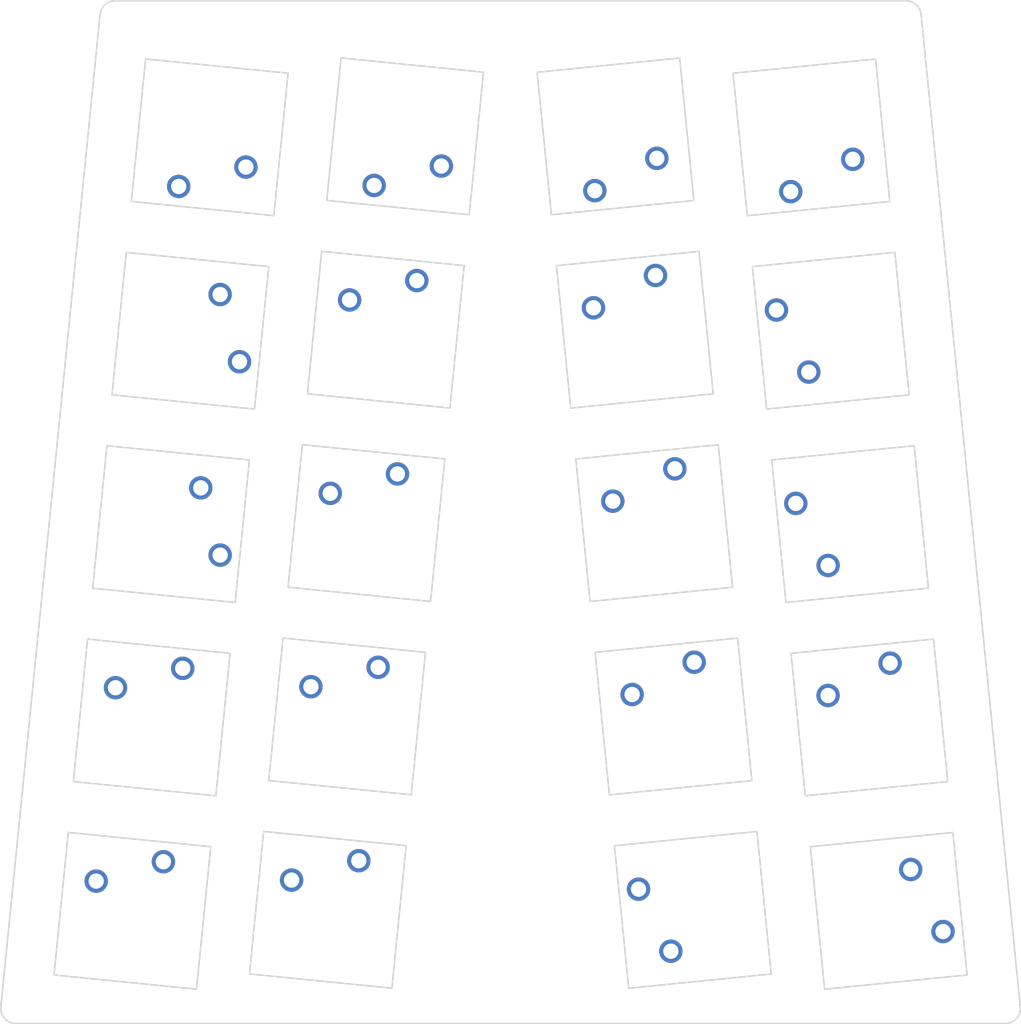
<source format=kicad_pcb>
(kicad_pcb (version 20171130) (host pcbnew 5.1.6)
  (title_block (title arrow-top-plate) (rev v1.0.0) (company Unknown))
  (layers (0 F.Cu signal) (31 B.Cu signal) (34 B.Paste user) (35 F.Paste user) (36 B.SilkS user) (37 F.SilkS user) (38 B.Mask user) (39 F.Mask user) (44 Edge.Cuts user))
  (net 0 "")
  (net 1 "GND")
  (net 2 "m_c1_r1")
  (net 3 "m_c1_r2")
  (net 4 "m_c1_r3")
  (net 5 "m_c1_r4")
  (net 6 "m_c1_r5")
  (net 7 "m_c2_r1")
  (net 8 "m_c2_r2")
  (net 9 "m_c2_r3")
  (net 10 "m_c2_r4")
  (net 11 "m_c2_r5")
  (net 12 "n_c4_r1")
  (net 13 "n_c4_r2")
  (net 14 "n_c4_r3")
  (net 15 "n_c4_r4")
  (net 16 "n_c4_r5")
  (net 17 "n_c3_r1")
  (net 18 "n_c3_r2")
  (net 19 "n_c3_r3")
  (net 20 "n_c3_r4")
  (net 21 "n_c3_r5")
  (module MX (layer F.Cu) (at 13.025 -11.025 -5.71)
    (fp_text reference "S1" hide)
    (fp_text value "" hide)
    (pad "" np_thru_hole circle (at 0 0) (size 3.9878 3.9878) (drill 3.9878) (layers *.Cu *.Mask))
    (pad "" np_thru_hole circle (at 5.08 0) (size 1.7018 1.7018) (drill 1.7018) (layers *.Cu *.Mask))
    (pad "" np_thru_hole circle (at -5.08 0) (size 1.7018 1.7018) (drill 1.7018) (layers *.Cu *.Mask))
    (pad 1 thru_hole circle (at 2.54 -5.08) (size 2.286 2.286) (drill 1.4986) (layers *.Cu *.Mask) (net 1 "GND"))
    (pad 2 thru_hole circle (at -3.81 -2.54) (size 2.286 2.286) (drill 1.4986) (layers *.Cu *.Mask) (net 2 "m_c1_r1"))
  )
  (module MX (layer F.Cu) (at 14.9153749 -29.930726200000002 -5.71)
    (fp_text reference "S2" hide)
    (fp_text value "" hide)
    (pad "" np_thru_hole circle (at 0 0) (size 3.9878 3.9878) (drill 3.9878) (layers *.Cu *.Mask))
    (pad "" np_thru_hole circle (at 5.08 0) (size 1.7018 1.7018) (drill 1.7018) (layers *.Cu *.Mask))
    (pad "" np_thru_hole circle (at -5.08 0) (size 1.7018 1.7018) (drill 1.7018) (layers *.Cu *.Mask))
    (pad 1 thru_hole circle (at 2.54 -5.08) (size 2.286 2.286) (drill 1.4986) (layers *.Cu *.Mask) (net 1 "GND"))
    (pad 2 thru_hole circle (at -3.81 -2.54) (size 2.286 2.286) (drill 1.4986) (layers *.Cu *.Mask) (net 3 "m_c1_r2"))
  )
  (module MX (layer F.Cu) (at 16.805749900000002 -48.8364524 -95.71)
    (fp_text reference "S3" hide)
    (fp_text value "" hide)
    (pad "" np_thru_hole circle (at 0 0) (size 3.9878 3.9878) (drill 3.9878) (layers *.Cu *.Mask))
    (pad "" np_thru_hole circle (at 5.08 0) (size 1.7018 1.7018) (drill 1.7018) (layers *.Cu *.Mask))
    (pad "" np_thru_hole circle (at -5.08 0) (size 1.7018 1.7018) (drill 1.7018) (layers *.Cu *.Mask))
    (pad 1 thru_hole circle (at 2.54 -5.08) (size 2.286 2.286) (drill 1.4986) (layers *.Cu *.Mask) (net 1 "GND"))
    (pad 2 thru_hole circle (at -3.81 -2.54) (size 2.286 2.286) (drill 1.4986) (layers *.Cu *.Mask) (net 4 "m_c1_r3"))
  )
  (module MX (layer F.Cu) (at 18.6961248 -67.7421786 -95.71)
    (fp_text reference "S4" hide)
    (fp_text value "" hide)
    (pad "" np_thru_hole circle (at 0 0) (size 3.9878 3.9878) (drill 3.9878) (layers *.Cu *.Mask))
    (pad "" np_thru_hole circle (at 5.08 0) (size 1.7018 1.7018) (drill 1.7018) (layers *.Cu *.Mask))
    (pad "" np_thru_hole circle (at -5.08 0) (size 1.7018 1.7018) (drill 1.7018) (layers *.Cu *.Mask))
    (pad 1 thru_hole circle (at 2.54 -5.08) (size 2.286 2.286) (drill 1.4986) (layers *.Cu *.Mask) (net 1 "GND"))
    (pad 2 thru_hole circle (at -3.81 -2.54) (size 2.286 2.286) (drill 1.4986) (layers *.Cu *.Mask) (net 5 "m_c1_r4"))
  )
  (module MX (layer F.Cu) (at 20.5864998 -86.64790470000001 174.29)
    (fp_text reference "S5" hide)
    (fp_text value "" hide)
    (pad "" np_thru_hole circle (at 0 0) (size 3.9878 3.9878) (drill 3.9878) (layers *.Cu *.Mask))
    (pad "" np_thru_hole circle (at 5.08 0) (size 1.7018 1.7018) (drill 1.7018) (layers *.Cu *.Mask))
    (pad "" np_thru_hole circle (at -5.08 0) (size 1.7018 1.7018) (drill 1.7018) (layers *.Cu *.Mask))
    (pad 1 thru_hole circle (at 2.54 -5.08) (size 2.286 2.286) (drill 1.4986) (layers *.Cu *.Mask) (net 1 "GND"))
    (pad 2 thru_hole circle (at -3.81 -2.54) (size 2.286 2.286) (drill 1.4986) (layers *.Cu *.Mask) (net 6 "m_c1_r5"))
  )
  (module MX (layer F.Cu) (at 32.129713 -11.1247015 -5.71)
    (fp_text reference "S6" hide)
    (fp_text value "" hide)
    (pad "" np_thru_hole circle (at 0 0) (size 3.9878 3.9878) (drill 3.9878) (layers *.Cu *.Mask))
    (pad "" np_thru_hole circle (at 5.08 0) (size 1.7018 1.7018) (drill 1.7018) (layers *.Cu *.Mask))
    (pad "" np_thru_hole circle (at -5.08 0) (size 1.7018 1.7018) (drill 1.7018) (layers *.Cu *.Mask))
    (pad 1 thru_hole circle (at 2.54 -5.08) (size 2.286 2.286) (drill 1.4986) (layers *.Cu *.Mask) (net 1 "GND"))
    (pad 2 thru_hole circle (at -3.81 -2.54) (size 2.286 2.286) (drill 1.4986) (layers *.Cu *.Mask) (net 7 "m_c2_r1"))
  )
  (module MX (layer F.Cu) (at 34.020088 -30.030427699999997 -5.71)
    (fp_text reference "S7" hide)
    (fp_text value "" hide)
    (pad "" np_thru_hole circle (at 0 0) (size 3.9878 3.9878) (drill 3.9878) (layers *.Cu *.Mask))
    (pad "" np_thru_hole circle (at 5.08 0) (size 1.7018 1.7018) (drill 1.7018) (layers *.Cu *.Mask))
    (pad "" np_thru_hole circle (at -5.08 0) (size 1.7018 1.7018) (drill 1.7018) (layers *.Cu *.Mask))
    (pad 1 thru_hole circle (at 2.54 -5.08) (size 2.286 2.286) (drill 1.4986) (layers *.Cu *.Mask) (net 1 "GND"))
    (pad 2 thru_hole circle (at -3.81 -2.54) (size 2.286 2.286) (drill 1.4986) (layers *.Cu *.Mask) (net 8 "m_c2_r2"))
  )
  (module MX (layer F.Cu) (at 35.9104629 -48.9361539 -5.71)
    (fp_text reference "S8" hide)
    (fp_text value "" hide)
    (pad "" np_thru_hole circle (at 0 0) (size 3.9878 3.9878) (drill 3.9878) (layers *.Cu *.Mask))
    (pad "" np_thru_hole circle (at 5.08 0) (size 1.7018 1.7018) (drill 1.7018) (layers *.Cu *.Mask))
    (pad "" np_thru_hole circle (at -5.08 0) (size 1.7018 1.7018) (drill 1.7018) (layers *.Cu *.Mask))
    (pad 1 thru_hole circle (at 2.54 -5.08) (size 2.286 2.286) (drill 1.4986) (layers *.Cu *.Mask) (net 1 "GND"))
    (pad 2 thru_hole circle (at -3.81 -2.54) (size 2.286 2.286) (drill 1.4986) (layers *.Cu *.Mask) (net 9 "m_c2_r3"))
  )
  (module MX (layer F.Cu) (at 37.8008379 -67.84188 -5.71)
    (fp_text reference "S9" hide)
    (fp_text value "" hide)
    (pad "" np_thru_hole circle (at 0 0) (size 3.9878 3.9878) (drill 3.9878) (layers *.Cu *.Mask))
    (pad "" np_thru_hole circle (at 5.08 0) (size 1.7018 1.7018) (drill 1.7018) (layers *.Cu *.Mask))
    (pad "" np_thru_hole circle (at -5.08 0) (size 1.7018 1.7018) (drill 1.7018) (layers *.Cu *.Mask))
    (pad 1 thru_hole circle (at 2.54 -5.08) (size 2.286 2.286) (drill 1.4986) (layers *.Cu *.Mask) (net 1 "GND"))
    (pad 2 thru_hole circle (at -3.81 -2.54) (size 2.286 2.286) (drill 1.4986) (layers *.Cu *.Mask) (net 10 "m_c2_r4"))
  )
  (module MX (layer F.Cu) (at 39.6912128 -86.7476062 174.29)
    (fp_text reference "S10" hide)
    (fp_text value "" hide)
    (pad "" np_thru_hole circle (at 0 0) (size 3.9878 3.9878) (drill 3.9878) (layers *.Cu *.Mask))
    (pad "" np_thru_hole circle (at 5.08 0) (size 1.7018 1.7018) (drill 1.7018) (layers *.Cu *.Mask))
    (pad "" np_thru_hole circle (at -5.08 0) (size 1.7018 1.7018) (drill 1.7018) (layers *.Cu *.Mask))
    (pad 1 thru_hole circle (at 2.54 -5.08) (size 2.286 2.286) (drill 1.4986) (layers *.Cu *.Mask) (net 1 "GND"))
    (pad 2 thru_hole circle (at -3.81 -2.54) (size 2.286 2.286) (drill 1.4986) (layers *.Cu *.Mask) (net 11 "m_c2_r5"))
  )
  (module MX (layer F.Cu) (at 86.975 -11.025 -84.29)
    (fp_text reference "S11" hide)
    (fp_text value "" hide)
    (pad "" np_thru_hole circle (at 0 0) (size 3.9878 3.9878) (drill 3.9878) (layers *.Cu *.Mask))
    (pad "" np_thru_hole circle (at 5.08 0) (size 1.7018 1.7018) (drill 1.7018) (layers *.Cu *.Mask))
    (pad "" np_thru_hole circle (at -5.08 0) (size 1.7018 1.7018) (drill 1.7018) (layers *.Cu *.Mask))
    (pad 1 thru_hole circle (at 2.54 -5.08) (size 2.286 2.286) (drill 1.4986) (layers *.Cu *.Mask) (net 1 "GND"))
    (pad 2 thru_hole circle (at -3.81 -2.54) (size 2.286 2.286) (drill 1.4986) (layers *.Cu *.Mask) (net 12 "n_c4_r1"))
  )
  (module MX (layer F.Cu) (at 85.0846251 -29.930726200000002 5.71)
    (fp_text reference "S12" hide)
    (fp_text value "" hide)
    (pad "" np_thru_hole circle (at 0 0) (size 3.9878 3.9878) (drill 3.9878) (layers *.Cu *.Mask))
    (pad "" np_thru_hole circle (at 5.08 0) (size 1.7018 1.7018) (drill 1.7018) (layers *.Cu *.Mask))
    (pad "" np_thru_hole circle (at -5.08 0) (size 1.7018 1.7018) (drill 1.7018) (layers *.Cu *.Mask))
    (pad 1 thru_hole circle (at 2.54 -5.08) (size 2.286 2.286) (drill 1.4986) (layers *.Cu *.Mask) (net 1 "GND"))
    (pad 2 thru_hole circle (at -3.81 -2.54) (size 2.286 2.286) (drill 1.4986) (layers *.Cu *.Mask) (net 13 "n_c4_r2"))
  )
  (module MX (layer F.Cu) (at 83.19425009999999 -48.8364524 95.71)
    (fp_text reference "S13" hide)
    (fp_text value "" hide)
    (pad "" np_thru_hole circle (at 0 0) (size 3.9878 3.9878) (drill 3.9878) (layers *.Cu *.Mask))
    (pad "" np_thru_hole circle (at 5.08 0) (size 1.7018 1.7018) (drill 1.7018) (layers *.Cu *.Mask))
    (pad "" np_thru_hole circle (at -5.08 0) (size 1.7018 1.7018) (drill 1.7018) (layers *.Cu *.Mask))
    (pad 1 thru_hole circle (at 2.54 -5.08) (size 2.286 2.286) (drill 1.4986) (layers *.Cu *.Mask) (net 1 "GND"))
    (pad 2 thru_hole circle (at -3.81 -2.54) (size 2.286 2.286) (drill 1.4986) (layers *.Cu *.Mask) (net 14 "n_c4_r3"))
  )
  (module MX (layer F.Cu) (at 81.3038752 -67.7421786 95.71)
    (fp_text reference "S14" hide)
    (fp_text value "" hide)
    (pad "" np_thru_hole circle (at 0 0) (size 3.9878 3.9878) (drill 3.9878) (layers *.Cu *.Mask))
    (pad "" np_thru_hole circle (at 5.08 0) (size 1.7018 1.7018) (drill 1.7018) (layers *.Cu *.Mask))
    (pad "" np_thru_hole circle (at -5.08 0) (size 1.7018 1.7018) (drill 1.7018) (layers *.Cu *.Mask))
    (pad 1 thru_hole circle (at 2.54 -5.08) (size 2.286 2.286) (drill 1.4986) (layers *.Cu *.Mask) (net 1 "GND"))
    (pad 2 thru_hole circle (at -3.81 -2.54) (size 2.286 2.286) (drill 1.4986) (layers *.Cu *.Mask) (net 15 "n_c4_r4"))
  )
  (module MX (layer F.Cu) (at 79.41350019999999 -86.64790470000001 185.71)
    (fp_text reference "S15" hide)
    (fp_text value "" hide)
    (pad "" np_thru_hole circle (at 0 0) (size 3.9878 3.9878) (drill 3.9878) (layers *.Cu *.Mask))
    (pad "" np_thru_hole circle (at 5.08 0) (size 1.7018 1.7018) (drill 1.7018) (layers *.Cu *.Mask))
    (pad "" np_thru_hole circle (at -5.08 0) (size 1.7018 1.7018) (drill 1.7018) (layers *.Cu *.Mask))
    (pad 1 thru_hole circle (at 2.54 -5.08) (size 2.286 2.286) (drill 1.4986) (layers *.Cu *.Mask) (net 1 "GND"))
    (pad 2 thru_hole circle (at -3.81 -2.54) (size 2.286 2.286) (drill 1.4986) (layers *.Cu *.Mask) (net 16 "n_c4_r5"))
  )
  (module MX (layer F.Cu) (at 67.8205351 -11.1197268 95.71)
    (fp_text reference "S16" hide)
    (fp_text value "" hide)
    (pad "" np_thru_hole circle (at 0 0) (size 3.9878 3.9878) (drill 3.9878) (layers *.Cu *.Mask))
    (pad "" np_thru_hole circle (at 5.08 0) (size 1.7018 1.7018) (drill 1.7018) (layers *.Cu *.Mask))
    (pad "" np_thru_hole circle (at -5.08 0) (size 1.7018 1.7018) (drill 1.7018) (layers *.Cu *.Mask))
    (pad 1 thru_hole circle (at 2.54 -5.08) (size 2.286 2.286) (drill 1.4986) (layers *.Cu *.Mask) (net 1 "GND"))
    (pad 2 thru_hole circle (at -3.81 -2.54) (size 2.286 2.286) (drill 1.4986) (layers *.Cu *.Mask) (net 17 "n_c3_r1"))
  )
  (module MX (layer F.Cu) (at 65.9301601 -30.025453 5.71)
    (fp_text reference "S17" hide)
    (fp_text value "" hide)
    (pad "" np_thru_hole circle (at 0 0) (size 3.9878 3.9878) (drill 3.9878) (layers *.Cu *.Mask))
    (pad "" np_thru_hole circle (at 5.08 0) (size 1.7018 1.7018) (drill 1.7018) (layers *.Cu *.Mask))
    (pad "" np_thru_hole circle (at -5.08 0) (size 1.7018 1.7018) (drill 1.7018) (layers *.Cu *.Mask))
    (pad 1 thru_hole circle (at 2.54 -5.08) (size 2.286 2.286) (drill 1.4986) (layers *.Cu *.Mask) (net 1 "GND"))
    (pad 2 thru_hole circle (at -3.81 -2.54) (size 2.286 2.286) (drill 1.4986) (layers *.Cu *.Mask) (net 18 "n_c3_r2"))
  )
  (module MX (layer F.Cu) (at 64.0397852 -48.931179199999995 5.71)
    (fp_text reference "S18" hide)
    (fp_text value "" hide)
    (pad "" np_thru_hole circle (at 0 0) (size 3.9878 3.9878) (drill 3.9878) (layers *.Cu *.Mask))
    (pad "" np_thru_hole circle (at 5.08 0) (size 1.7018 1.7018) (drill 1.7018) (layers *.Cu *.Mask))
    (pad "" np_thru_hole circle (at -5.08 0) (size 1.7018 1.7018) (drill 1.7018) (layers *.Cu *.Mask))
    (pad 1 thru_hole circle (at 2.54 -5.08) (size 2.286 2.286) (drill 1.4986) (layers *.Cu *.Mask) (net 1 "GND"))
    (pad 2 thru_hole circle (at -3.81 -2.54) (size 2.286 2.286) (drill 1.4986) (layers *.Cu *.Mask) (net 19 "n_c3_r3"))
  )
  (module MX (layer F.Cu) (at 62.14941019999999 -67.8369054 5.71)
    (fp_text reference "S19" hide)
    (fp_text value "" hide)
    (pad "" np_thru_hole circle (at 0 0) (size 3.9878 3.9878) (drill 3.9878) (layers *.Cu *.Mask))
    (pad "" np_thru_hole circle (at 5.08 0) (size 1.7018 1.7018) (drill 1.7018) (layers *.Cu *.Mask))
    (pad "" np_thru_hole circle (at -5.08 0) (size 1.7018 1.7018) (drill 1.7018) (layers *.Cu *.Mask))
    (pad 1 thru_hole circle (at 2.54 -5.08) (size 2.286 2.286) (drill 1.4986) (layers *.Cu *.Mask) (net 1 "GND"))
    (pad 2 thru_hole circle (at -3.81 -2.54) (size 2.286 2.286) (drill 1.4986) (layers *.Cu *.Mask) (net 20 "n_c3_r4"))
  )
  (module MX (layer F.Cu) (at 60.259035299999994 -86.74263160000001 185.71)
    (fp_text reference "S20" hide)
    (fp_text value "" hide)
    (pad "" np_thru_hole circle (at 0 0) (size 3.9878 3.9878) (drill 3.9878) (layers *.Cu *.Mask))
    (pad "" np_thru_hole circle (at 5.08 0) (size 1.7018 1.7018) (drill 1.7018) (layers *.Cu *.Mask))
    (pad "" np_thru_hole circle (at -5.08 0) (size 1.7018 1.7018) (drill 1.7018) (layers *.Cu *.Mask))
    (pad 1 thru_hole circle (at 2.54 -5.08) (size 2.286 2.286) (drill 1.4986) (layers *.Cu *.Mask) (net 1 "GND"))
    (pad 2 thru_hole circle (at -3.81 -2.54) (size 2.286 2.286) (drill 1.4986) (layers *.Cu *.Mask) (net 21 "n_c3_r5"))
  )
  (footprint "MountingHole:MountingHole_2.2mm_M2" (layer "F.Cu") (at 2.8 -2.5 0)
    (pad "" np_thru_hole circle (at 0 0) (size 2.2 2.2) (drill 2.2) (layers *.Cu *.Mask))
  )
  (footprint "MountingHole:MountingHole_2.2mm_M2" (layer "F.Cu") (at 12.2 -97.5 0)
    (pad "" np_thru_hole circle (at 0 0) (size 2.2 2.2) (drill 2.2) (layers *.Cu *.Mask))
  )
  (footprint "MountingHole:MountingHole_2.2mm_M2" (layer "F.Cu") (at 97.2 -2.5 0)
    (pad "" np_thru_hole circle (at 0 0) (size 2.2 2.2) (drill 2.2) (layers *.Cu *.Mask))
  )
  (footprint "MountingHole:MountingHole_2.2mm_M2" (layer "F.Cu") (at 87.8 -97.5 0)
    (pad "" np_thru_hole circle (at 0 0) (size 2.2 2.2) (drill 2.2) (layers *.Cu *.Mask))
  )
  (gr_line (start 5.363278500000001 -4.756186400000001) (end 19.2938136 -3.3632785000000007) (angle 90) (layer Edge.Cuts) (width 0.15))
  (gr_line (start 19.2938136 -3.3632785000000007) (end 20.686721499999997 -17.2938136) (angle 90) (layer Edge.Cuts) (width 0.15))
  (gr_line (start 20.686721499999997 -17.2938136) (end 6.756186400000001 -18.686721499999997) (angle 90) (layer Edge.Cuts) (width 0.15))
  (gr_line (start 6.756186400000001 -18.686721499999997) (end 5.363278500000001 -4.756186400000001) (angle 90) (layer Edge.Cuts) (width 0.15))
  (gr_line (start 7.2536534 -23.6619126) (end 21.184188499999998 -22.269004700000004) (angle 90) (layer Edge.Cuts) (width 0.15))
  (gr_line (start 21.184188499999998 -22.269004700000004) (end 22.5770964 -36.199539800000004) (angle 90) (layer Edge.Cuts) (width 0.15))
  (gr_line (start 22.5770964 -36.199539800000004) (end 8.6465613 -37.5924477) (angle 90) (layer Edge.Cuts) (width 0.15))
  (gr_line (start 8.6465613 -37.5924477) (end 7.2536534 -23.6619126) (angle 90) (layer Edge.Cuts) (width 0.15))
  (gr_line (start 10.536936300000002 -56.4981739) (end 9.144028400000003 -42.5676388) (angle 90) (layer Edge.Cuts) (width 0.15))
  (gr_line (start 9.144028400000003 -42.5676388) (end 23.074563500000004 -41.1747309) (angle 90) (layer Edge.Cuts) (width 0.15))
  (gr_line (start 23.074563500000004 -41.1747309) (end 24.4674714 -55.105266) (angle 90) (layer Edge.Cuts) (width 0.15))
  (gr_line (start 24.4674714 -55.105266) (end 10.536936300000002 -56.4981739) (angle 90) (layer Edge.Cuts) (width 0.15))
  (gr_line (start 12.4273112 -75.4039001) (end 11.034403300000001 -61.473365) (angle 90) (layer Edge.Cuts) (width 0.15))
  (gr_line (start 11.034403300000001 -61.473365) (end 24.9649384 -60.080457100000004) (angle 90) (layer Edge.Cuts) (width 0.15))
  (gr_line (start 24.9649384 -60.080457100000004) (end 26.3578463 -74.0109922) (angle 90) (layer Edge.Cuts) (width 0.15))
  (gr_line (start 26.3578463 -74.0109922) (end 12.4273112 -75.4039001) (angle 90) (layer Edge.Cuts) (width 0.15))
  (gr_line (start 28.248221299999997 -92.91671830000001) (end 14.317686199999999 -94.30962620000001) (angle 90) (layer Edge.Cuts) (width 0.15))
  (gr_line (start 14.317686199999999 -94.30962620000001) (end 12.9247783 -80.37909110000001) (angle 90) (layer Edge.Cuts) (width 0.15))
  (gr_line (start 12.9247783 -80.37909110000001) (end 26.8553134 -78.98618320000001) (angle 90) (layer Edge.Cuts) (width 0.15))
  (gr_line (start 26.8553134 -78.98618320000001) (end 28.248221299999997 -92.91671830000001) (angle 90) (layer Edge.Cuts) (width 0.15))
  (gr_line (start 24.467991500000004 -4.855887900000001) (end 38.398526600000004 -3.462980000000001) (angle 90) (layer Edge.Cuts) (width 0.15))
  (gr_line (start 38.398526600000004 -3.462980000000001) (end 39.7914345 -17.393515100000002) (angle 90) (layer Edge.Cuts) (width 0.15))
  (gr_line (start 39.7914345 -17.393515100000002) (end 25.8608994 -18.786423) (angle 90) (layer Edge.Cuts) (width 0.15))
  (gr_line (start 25.8608994 -18.786423) (end 24.467991500000004 -4.855887900000001) (angle 90) (layer Edge.Cuts) (width 0.15))
  (gr_line (start 26.358366500000002 -23.761614099999996) (end 40.2889016 -22.3687062) (angle 90) (layer Edge.Cuts) (width 0.15))
  (gr_line (start 40.2889016 -22.3687062) (end 41.6818095 -36.2992413) (angle 90) (layer Edge.Cuts) (width 0.15))
  (gr_line (start 41.6818095 -36.2992413) (end 27.7512744 -37.692149199999996) (angle 90) (layer Edge.Cuts) (width 0.15))
  (gr_line (start 27.7512744 -37.692149199999996) (end 26.358366500000002 -23.761614099999996) (angle 90) (layer Edge.Cuts) (width 0.15))
  (gr_line (start 28.2487414 -42.6673403) (end 42.1792765 -41.2744324) (angle 90) (layer Edge.Cuts) (width 0.15))
  (gr_line (start 42.1792765 -41.2744324) (end 43.5721844 -55.2049675) (angle 90) (layer Edge.Cuts) (width 0.15))
  (gr_line (start 43.5721844 -55.2049675) (end 29.641649299999997 -56.5978754) (angle 90) (layer Edge.Cuts) (width 0.15))
  (gr_line (start 29.641649299999997 -56.5978754) (end 28.2487414 -42.6673403) (angle 90) (layer Edge.Cuts) (width 0.15))
  (gr_line (start 30.1391164 -61.5730664) (end 44.0696515 -60.180158500000005) (angle 90) (layer Edge.Cuts) (width 0.15))
  (gr_line (start 44.0696515 -60.180158500000005) (end 45.462559399999996 -74.1106936) (angle 90) (layer Edge.Cuts) (width 0.15))
  (gr_line (start 45.462559399999996 -74.1106936) (end 31.532024299999996 -75.5036015) (angle 90) (layer Edge.Cuts) (width 0.15))
  (gr_line (start 31.532024299999996 -75.5036015) (end 30.1391164 -61.5730664) (angle 90) (layer Edge.Cuts) (width 0.15))
  (gr_line (start 47.3529343 -93.01641980000001) (end 33.4223992 -94.4093277) (angle 90) (layer Edge.Cuts) (width 0.15))
  (gr_line (start 33.4223992 -94.4093277) (end 32.029491300000004 -80.4787926) (angle 90) (layer Edge.Cuts) (width 0.15))
  (gr_line (start 32.029491300000004 -80.4787926) (end 45.960026400000004 -79.08588470000001) (angle 90) (layer Edge.Cuts) (width 0.15))
  (gr_line (start 45.960026400000004 -79.08588470000001) (end 47.3529343 -93.01641980000001) (angle 90) (layer Edge.Cuts) (width 0.15))
  (gr_line (start 79.3132785 -17.2938136) (end 80.70618639999999 -3.3632785000000007) (angle 90) (layer Edge.Cuts) (width 0.15))
  (gr_line (start 80.70618639999999 -3.3632785000000007) (end 94.6367215 -4.756186400000001) (angle 90) (layer Edge.Cuts) (width 0.15))
  (gr_line (start 94.6367215 -4.756186400000001) (end 93.2438136 -18.686721499999997) (angle 90) (layer Edge.Cuts) (width 0.15))
  (gr_line (start 93.2438136 -18.686721499999997) (end 79.3132785 -17.2938136) (angle 90) (layer Edge.Cuts) (width 0.15))
  (gr_line (start 78.8158115 -22.269004700000004) (end 92.7463466 -23.6619126) (angle 90) (layer Edge.Cuts) (width 0.15))
  (gr_line (start 92.7463466 -23.6619126) (end 91.3534387 -37.5924477) (angle 90) (layer Edge.Cuts) (width 0.15))
  (gr_line (start 91.3534387 -37.5924477) (end 77.4229036 -36.199539800000004) (angle 90) (layer Edge.Cuts) (width 0.15))
  (gr_line (start 77.4229036 -36.199539800000004) (end 78.8158115 -22.269004700000004) (angle 90) (layer Edge.Cuts) (width 0.15))
  (gr_line (start 90.85597159999999 -42.5676388) (end 89.46306369999999 -56.4981739) (angle 90) (layer Edge.Cuts) (width 0.15))
  (gr_line (start 89.46306369999999 -56.4981739) (end 75.53252859999999 -55.105266) (angle 90) (layer Edge.Cuts) (width 0.15))
  (gr_line (start 75.53252859999999 -55.105266) (end 76.92543649999999 -41.1747309) (angle 90) (layer Edge.Cuts) (width 0.15))
  (gr_line (start 76.92543649999999 -41.1747309) (end 90.85597159999999 -42.5676388) (angle 90) (layer Edge.Cuts) (width 0.15))
  (gr_line (start 88.96559669999999 -61.473365) (end 87.5726888 -75.4039001) (angle 90) (layer Edge.Cuts) (width 0.15))
  (gr_line (start 87.5726888 -75.4039001) (end 73.6421537 -74.0109922) (angle 90) (layer Edge.Cuts) (width 0.15))
  (gr_line (start 73.6421537 -74.0109922) (end 75.03506159999999 -60.080457100000004) (angle 90) (layer Edge.Cuts) (width 0.15))
  (gr_line (start 75.03506159999999 -60.080457100000004) (end 88.96559669999999 -61.473365) (angle 90) (layer Edge.Cuts) (width 0.15))
  (gr_line (start 85.68231379999999 -94.30962620000001) (end 71.75177869999999 -92.91671830000001) (angle 90) (layer Edge.Cuts) (width 0.15))
  (gr_line (start 71.75177869999999 -92.91671830000001) (end 73.14468659999999 -78.98618320000001) (angle 90) (layer Edge.Cuts) (width 0.15))
  (gr_line (start 73.14468659999999 -78.98618320000001) (end 87.07522169999999 -80.37909110000001) (angle 90) (layer Edge.Cuts) (width 0.15))
  (gr_line (start 87.07522169999999 -80.37909110000001) (end 85.68231379999999 -94.30962620000001) (angle 90) (layer Edge.Cuts) (width 0.15))
  (gr_line (start 75.4822566 -4.850913200000001) (end 74.0893487 -18.7814483) (angle 90) (layer Edge.Cuts) (width 0.15))
  (gr_line (start 74.0893487 -18.7814483) (end 60.1588136 -17.3885404) (angle 90) (layer Edge.Cuts) (width 0.15))
  (gr_line (start 60.1588136 -17.3885404) (end 61.5517215 -3.458005300000001) (angle 90) (layer Edge.Cuts) (width 0.15))
  (gr_line (start 61.5517215 -3.458005300000001) (end 75.4822566 -4.850913200000001) (angle 90) (layer Edge.Cuts) (width 0.15))
  (gr_line (start 59.66134649999999 -22.3637315) (end 73.5918816 -23.756639399999997) (angle 90) (layer Edge.Cuts) (width 0.15))
  (gr_line (start 73.5918816 -23.756639399999997) (end 72.1989737 -37.6871745) (angle 90) (layer Edge.Cuts) (width 0.15))
  (gr_line (start 72.1989737 -37.6871745) (end 58.268438599999996 -36.2942666) (angle 90) (layer Edge.Cuts) (width 0.15))
  (gr_line (start 58.268438599999996 -36.2942666) (end 59.66134649999999 -22.3637315) (angle 90) (layer Edge.Cuts) (width 0.15))
  (gr_line (start 57.770971599999996 -41.2694577) (end 71.7015067 -42.662365599999994) (angle 90) (layer Edge.Cuts) (width 0.15))
  (gr_line (start 71.7015067 -42.662365599999994) (end 70.3085988 -56.592900699999994) (angle 90) (layer Edge.Cuts) (width 0.15))
  (gr_line (start 70.3085988 -56.592900699999994) (end 56.3780637 -55.1999928) (angle 90) (layer Edge.Cuts) (width 0.15))
  (gr_line (start 56.3780637 -55.1999928) (end 57.770971599999996 -41.2694577) (angle 90) (layer Edge.Cuts) (width 0.15))
  (gr_line (start 55.88059659999999 -60.17518390000001) (end 69.81113169999999 -61.568091800000005) (angle 90) (layer Edge.Cuts) (width 0.15))
  (gr_line (start 69.81113169999999 -61.568091800000005) (end 68.41822379999999 -75.4986269) (angle 90) (layer Edge.Cuts) (width 0.15))
  (gr_line (start 68.41822379999999 -75.4986269) (end 54.48768869999999 -74.10571900000001) (angle 90) (layer Edge.Cuts) (width 0.15))
  (gr_line (start 54.48768869999999 -74.10571900000001) (end 55.88059659999999 -60.17518390000001) (angle 90) (layer Edge.Cuts) (width 0.15))
  (gr_line (start 66.5278489 -94.40435310000001) (end 52.597313799999995 -93.01144520000001) (angle 90) (layer Edge.Cuts) (width 0.15))
  (gr_line (start 52.597313799999995 -93.01144520000001) (end 53.99022169999999 -79.08091010000001) (angle 90) (layer Edge.Cuts) (width 0.15))
  (gr_line (start 53.99022169999999 -79.08091010000001) (end 67.92075679999999 -80.47381800000001) (angle 90) (layer Edge.Cuts) (width 0.15))
  (gr_line (start 67.92075679999999 -80.47381800000001) (end 66.5278489 -94.40435310000001) (angle 90) (layer Edge.Cuts) (width 0.15))
  (gr_line (start 1.6574813599999998 0) (end 98.34251864000001 0) (angle 90) (layer Edge.Cuts) (width 0.15))
  (gr_line (start 99.83507444495051 -1.6492555504948996) (end 90.1350744449505 -98.64925555049501) (angle 90) (layer Edge.Cuts) (width 0.15))
  (gr_line (start 88.64251864 -100) (end 11.35748136 -100) (angle 90) (layer Edge.Cuts) (width 0.15))
  (gr_line (start 9.864925555049505 -98.64925555049504) (end 0.16492555504950496 -1.6492555504950497) (angle 90) (layer Edge.Cuts) (width 0.15))
  (gr_arc (start 98.34251864000001 -1.5) (end 98.34251864000001 0) (angle -95.71059199726531) (layer Edge.Cuts) (width 0.15))
  (gr_arc (start 88.64251864 -98.5) (end 90.13507444000001 -98.6492555) (angle -84.28940800273037) (layer Edge.Cuts) (width 0.15))
  (gr_arc (start 11.35748136 -98.5) (end 11.35748136 -100) (angle -84.28940800272926) (layer Edge.Cuts) (width 0.15))
  (gr_arc (start 1.6574813599999998 -1.5) (end 0.1649255599999997 -1.6492555) (angle -95.71059199727102) (layer Edge.Cuts) (width 0.15))
)
</source>
